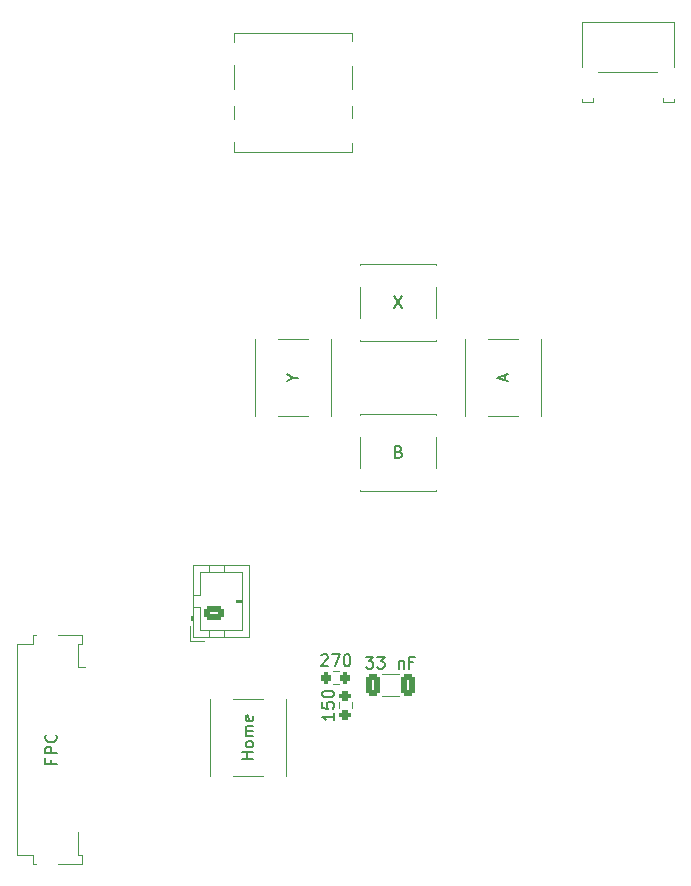
<source format=gto>
%TF.GenerationSoftware,KiCad,Pcbnew,7.0.2-0*%
%TF.CreationDate,2025-01-26T18:28:18-07:00*%
%TF.ProjectId,RightMB,52696768-744d-4422-9e6b-696361645f70,rev?*%
%TF.SameCoordinates,Original*%
%TF.FileFunction,Legend,Top*%
%TF.FilePolarity,Positive*%
%FSLAX46Y46*%
G04 Gerber Fmt 4.6, Leading zero omitted, Abs format (unit mm)*
G04 Created by KiCad (PCBNEW 7.0.2-0) date 2025-01-26 18:28:18*
%MOMM*%
%LPD*%
G01*
G04 APERTURE LIST*
G04 Aperture macros list*
%AMRoundRect*
0 Rectangle with rounded corners*
0 $1 Rounding radius*
0 $2 $3 $4 $5 $6 $7 $8 $9 X,Y pos of 4 corners*
0 Add a 4 corners polygon primitive as box body*
4,1,4,$2,$3,$4,$5,$6,$7,$8,$9,$2,$3,0*
0 Add four circle primitives for the rounded corners*
1,1,$1+$1,$2,$3*
1,1,$1+$1,$4,$5*
1,1,$1+$1,$6,$7*
1,1,$1+$1,$8,$9*
0 Add four rect primitives between the rounded corners*
20,1,$1+$1,$2,$3,$4,$5,0*
20,1,$1+$1,$4,$5,$6,$7,0*
20,1,$1+$1,$6,$7,$8,$9,0*
20,1,$1+$1,$8,$9,$2,$3,0*%
G04 Aperture macros list end*
%ADD10C,0.150000*%
%ADD11C,0.120000*%
%ADD12C,0.100000*%
%ADD13C,2.200000*%
%ADD14C,1.700000*%
%ADD15R,1.300000X1.550000*%
%ADD16R,1.700000X1.700000*%
%ADD17RoundRect,0.250000X-0.325000X-0.650000X0.325000X-0.650000X0.325000X0.650000X-0.325000X0.650000X0*%
%ADD18RoundRect,0.200000X0.275000X-0.200000X0.275000X0.200000X-0.275000X0.200000X-0.275000X-0.200000X0*%
%ADD19C,2.000000*%
%ADD20C,1.524000*%
%ADD21RoundRect,0.200000X-0.200000X-0.275000X0.200000X-0.275000X0.200000X0.275000X-0.200000X0.275000X0*%
%ADD22R,1.550000X1.300000*%
%ADD23R,1.000000X0.400000*%
%ADD24R,1.300000X2.000000*%
%ADD25RoundRect,0.250000X0.625000X-0.350000X0.625000X0.350000X-0.625000X0.350000X-0.625000X-0.350000X0*%
%ADD26O,1.750000X1.200000*%
G04 APERTURE END LIST*
D10*
%TO.C,Y*%
X227316428Y-92709999D02*
X227792619Y-92709999D01*
X226792619Y-93043332D02*
X227316428Y-92709999D01*
X227316428Y-92709999D02*
X226792619Y-92376666D01*
%TO.C,*%
%TO.C,33 nF*%
X233513571Y-116357619D02*
X234132618Y-116357619D01*
X234132618Y-116357619D02*
X233799285Y-116738571D01*
X233799285Y-116738571D02*
X233942142Y-116738571D01*
X233942142Y-116738571D02*
X234037380Y-116786190D01*
X234037380Y-116786190D02*
X234084999Y-116833809D01*
X234084999Y-116833809D02*
X234132618Y-116929047D01*
X234132618Y-116929047D02*
X234132618Y-117167142D01*
X234132618Y-117167142D02*
X234084999Y-117262380D01*
X234084999Y-117262380D02*
X234037380Y-117310000D01*
X234037380Y-117310000D02*
X233942142Y-117357619D01*
X233942142Y-117357619D02*
X233656428Y-117357619D01*
X233656428Y-117357619D02*
X233561190Y-117310000D01*
X233561190Y-117310000D02*
X233513571Y-117262380D01*
X234465952Y-116357619D02*
X235084999Y-116357619D01*
X235084999Y-116357619D02*
X234751666Y-116738571D01*
X234751666Y-116738571D02*
X234894523Y-116738571D01*
X234894523Y-116738571D02*
X234989761Y-116786190D01*
X234989761Y-116786190D02*
X235037380Y-116833809D01*
X235037380Y-116833809D02*
X235084999Y-116929047D01*
X235084999Y-116929047D02*
X235084999Y-117167142D01*
X235084999Y-117167142D02*
X235037380Y-117262380D01*
X235037380Y-117262380D02*
X234989761Y-117310000D01*
X234989761Y-117310000D02*
X234894523Y-117357619D01*
X234894523Y-117357619D02*
X234608809Y-117357619D01*
X234608809Y-117357619D02*
X234513571Y-117310000D01*
X234513571Y-117310000D02*
X234465952Y-117262380D01*
X236275476Y-116690952D02*
X236275476Y-117357619D01*
X236275476Y-116786190D02*
X236323095Y-116738571D01*
X236323095Y-116738571D02*
X236418333Y-116690952D01*
X236418333Y-116690952D02*
X236561190Y-116690952D01*
X236561190Y-116690952D02*
X236656428Y-116738571D01*
X236656428Y-116738571D02*
X236704047Y-116833809D01*
X236704047Y-116833809D02*
X236704047Y-117357619D01*
X237513571Y-116833809D02*
X237180238Y-116833809D01*
X237180238Y-117357619D02*
X237180238Y-116357619D01*
X237180238Y-116357619D02*
X237656428Y-116357619D01*
%TO.C,A*%
X245286904Y-92948094D02*
X245286904Y-92471904D01*
X245572619Y-93043332D02*
X244572619Y-92709999D01*
X244572619Y-92709999D02*
X245572619Y-92376666D01*
%TO.C,150*%
X230807619Y-121126666D02*
X230807619Y-121698094D01*
X230807619Y-121412380D02*
X229807619Y-121412380D01*
X229807619Y-121412380D02*
X229950476Y-121507618D01*
X229950476Y-121507618D02*
X230045714Y-121602856D01*
X230045714Y-121602856D02*
X230093333Y-121698094D01*
X229807619Y-120221904D02*
X229807619Y-120698094D01*
X229807619Y-120698094D02*
X230283809Y-120745713D01*
X230283809Y-120745713D02*
X230236190Y-120698094D01*
X230236190Y-120698094D02*
X230188571Y-120602856D01*
X230188571Y-120602856D02*
X230188571Y-120364761D01*
X230188571Y-120364761D02*
X230236190Y-120269523D01*
X230236190Y-120269523D02*
X230283809Y-120221904D01*
X230283809Y-120221904D02*
X230379047Y-120174285D01*
X230379047Y-120174285D02*
X230617142Y-120174285D01*
X230617142Y-120174285D02*
X230712380Y-120221904D01*
X230712380Y-120221904D02*
X230760000Y-120269523D01*
X230760000Y-120269523D02*
X230807619Y-120364761D01*
X230807619Y-120364761D02*
X230807619Y-120602856D01*
X230807619Y-120602856D02*
X230760000Y-120698094D01*
X230760000Y-120698094D02*
X230712380Y-120745713D01*
X229807619Y-119555237D02*
X229807619Y-119459999D01*
X229807619Y-119459999D02*
X229855238Y-119364761D01*
X229855238Y-119364761D02*
X229902857Y-119317142D01*
X229902857Y-119317142D02*
X229998095Y-119269523D01*
X229998095Y-119269523D02*
X230188571Y-119221904D01*
X230188571Y-119221904D02*
X230426666Y-119221904D01*
X230426666Y-119221904D02*
X230617142Y-119269523D01*
X230617142Y-119269523D02*
X230712380Y-119317142D01*
X230712380Y-119317142D02*
X230760000Y-119364761D01*
X230760000Y-119364761D02*
X230807619Y-119459999D01*
X230807619Y-119459999D02*
X230807619Y-119555237D01*
X230807619Y-119555237D02*
X230760000Y-119650475D01*
X230760000Y-119650475D02*
X230712380Y-119698094D01*
X230712380Y-119698094D02*
X230617142Y-119745713D01*
X230617142Y-119745713D02*
X230426666Y-119793332D01*
X230426666Y-119793332D02*
X230188571Y-119793332D01*
X230188571Y-119793332D02*
X229998095Y-119745713D01*
X229998095Y-119745713D02*
X229902857Y-119698094D01*
X229902857Y-119698094D02*
X229855238Y-119650475D01*
X229855238Y-119650475D02*
X229807619Y-119555237D01*
%TO.C,*%
%TO.C,Home*%
X223982619Y-125023332D02*
X222982619Y-125023332D01*
X223458809Y-125023332D02*
X223458809Y-124451904D01*
X223982619Y-124451904D02*
X222982619Y-124451904D01*
X223982619Y-123832856D02*
X223935000Y-123928094D01*
X223935000Y-123928094D02*
X223887380Y-123975713D01*
X223887380Y-123975713D02*
X223792142Y-124023332D01*
X223792142Y-124023332D02*
X223506428Y-124023332D01*
X223506428Y-124023332D02*
X223411190Y-123975713D01*
X223411190Y-123975713D02*
X223363571Y-123928094D01*
X223363571Y-123928094D02*
X223315952Y-123832856D01*
X223315952Y-123832856D02*
X223315952Y-123689999D01*
X223315952Y-123689999D02*
X223363571Y-123594761D01*
X223363571Y-123594761D02*
X223411190Y-123547142D01*
X223411190Y-123547142D02*
X223506428Y-123499523D01*
X223506428Y-123499523D02*
X223792142Y-123499523D01*
X223792142Y-123499523D02*
X223887380Y-123547142D01*
X223887380Y-123547142D02*
X223935000Y-123594761D01*
X223935000Y-123594761D02*
X223982619Y-123689999D01*
X223982619Y-123689999D02*
X223982619Y-123832856D01*
X223982619Y-123070951D02*
X223315952Y-123070951D01*
X223411190Y-123070951D02*
X223363571Y-123023332D01*
X223363571Y-123023332D02*
X223315952Y-122928094D01*
X223315952Y-122928094D02*
X223315952Y-122785237D01*
X223315952Y-122785237D02*
X223363571Y-122689999D01*
X223363571Y-122689999D02*
X223458809Y-122642380D01*
X223458809Y-122642380D02*
X223982619Y-122642380D01*
X223458809Y-122642380D02*
X223363571Y-122594761D01*
X223363571Y-122594761D02*
X223315952Y-122499523D01*
X223315952Y-122499523D02*
X223315952Y-122356666D01*
X223315952Y-122356666D02*
X223363571Y-122261427D01*
X223363571Y-122261427D02*
X223458809Y-122213808D01*
X223458809Y-122213808D02*
X223982619Y-122213808D01*
X223935000Y-121356666D02*
X223982619Y-121451904D01*
X223982619Y-121451904D02*
X223982619Y-121642380D01*
X223982619Y-121642380D02*
X223935000Y-121737618D01*
X223935000Y-121737618D02*
X223839761Y-121785237D01*
X223839761Y-121785237D02*
X223458809Y-121785237D01*
X223458809Y-121785237D02*
X223363571Y-121737618D01*
X223363571Y-121737618D02*
X223315952Y-121642380D01*
X223315952Y-121642380D02*
X223315952Y-121451904D01*
X223315952Y-121451904D02*
X223363571Y-121356666D01*
X223363571Y-121356666D02*
X223458809Y-121309047D01*
X223458809Y-121309047D02*
X223554047Y-121309047D01*
X223554047Y-121309047D02*
X223649285Y-121785237D01*
%TO.C,*%
%TO.C,270*%
X229711905Y-116237857D02*
X229759524Y-116190238D01*
X229759524Y-116190238D02*
X229854762Y-116142619D01*
X229854762Y-116142619D02*
X230092857Y-116142619D01*
X230092857Y-116142619D02*
X230188095Y-116190238D01*
X230188095Y-116190238D02*
X230235714Y-116237857D01*
X230235714Y-116237857D02*
X230283333Y-116333095D01*
X230283333Y-116333095D02*
X230283333Y-116428333D01*
X230283333Y-116428333D02*
X230235714Y-116571190D01*
X230235714Y-116571190D02*
X229664286Y-117142619D01*
X229664286Y-117142619D02*
X230283333Y-117142619D01*
X230616667Y-116142619D02*
X231283333Y-116142619D01*
X231283333Y-116142619D02*
X230854762Y-117142619D01*
X231854762Y-116142619D02*
X231950000Y-116142619D01*
X231950000Y-116142619D02*
X232045238Y-116190238D01*
X232045238Y-116190238D02*
X232092857Y-116237857D01*
X232092857Y-116237857D02*
X232140476Y-116333095D01*
X232140476Y-116333095D02*
X232188095Y-116523571D01*
X232188095Y-116523571D02*
X232188095Y-116761666D01*
X232188095Y-116761666D02*
X232140476Y-116952142D01*
X232140476Y-116952142D02*
X232092857Y-117047380D01*
X232092857Y-117047380D02*
X232045238Y-117095000D01*
X232045238Y-117095000D02*
X231950000Y-117142619D01*
X231950000Y-117142619D02*
X231854762Y-117142619D01*
X231854762Y-117142619D02*
X231759524Y-117095000D01*
X231759524Y-117095000D02*
X231711905Y-117047380D01*
X231711905Y-117047380D02*
X231664286Y-116952142D01*
X231664286Y-116952142D02*
X231616667Y-116761666D01*
X231616667Y-116761666D02*
X231616667Y-116523571D01*
X231616667Y-116523571D02*
X231664286Y-116333095D01*
X231664286Y-116333095D02*
X231711905Y-116237857D01*
X231711905Y-116237857D02*
X231759524Y-116190238D01*
X231759524Y-116190238D02*
X231854762Y-116142619D01*
%TO.C,B*%
X236291428Y-98998809D02*
X236434285Y-99046428D01*
X236434285Y-99046428D02*
X236481904Y-99094047D01*
X236481904Y-99094047D02*
X236529523Y-99189285D01*
X236529523Y-99189285D02*
X236529523Y-99332142D01*
X236529523Y-99332142D02*
X236481904Y-99427380D01*
X236481904Y-99427380D02*
X236434285Y-99475000D01*
X236434285Y-99475000D02*
X236339047Y-99522619D01*
X236339047Y-99522619D02*
X235958095Y-99522619D01*
X235958095Y-99522619D02*
X235958095Y-98522619D01*
X235958095Y-98522619D02*
X236291428Y-98522619D01*
X236291428Y-98522619D02*
X236386666Y-98570238D01*
X236386666Y-98570238D02*
X236434285Y-98617857D01*
X236434285Y-98617857D02*
X236481904Y-98713095D01*
X236481904Y-98713095D02*
X236481904Y-98808333D01*
X236481904Y-98808333D02*
X236434285Y-98903571D01*
X236434285Y-98903571D02*
X236386666Y-98951190D01*
X236386666Y-98951190D02*
X236291428Y-98998809D01*
X236291428Y-98998809D02*
X235958095Y-98998809D01*
%TO.C,FPC*%
X206821809Y-125063142D02*
X206821809Y-125396475D01*
X207345619Y-125396475D02*
X206345619Y-125396475D01*
X206345619Y-125396475D02*
X206345619Y-124920285D01*
X207345619Y-124539332D02*
X206345619Y-124539332D01*
X206345619Y-124539332D02*
X206345619Y-124158380D01*
X206345619Y-124158380D02*
X206393238Y-124063142D01*
X206393238Y-124063142D02*
X206440857Y-124015523D01*
X206440857Y-124015523D02*
X206536095Y-123967904D01*
X206536095Y-123967904D02*
X206678952Y-123967904D01*
X206678952Y-123967904D02*
X206774190Y-124015523D01*
X206774190Y-124015523D02*
X206821809Y-124063142D01*
X206821809Y-124063142D02*
X206869428Y-124158380D01*
X206869428Y-124158380D02*
X206869428Y-124539332D01*
X207250380Y-122967904D02*
X207298000Y-123015523D01*
X207298000Y-123015523D02*
X207345619Y-123158380D01*
X207345619Y-123158380D02*
X207345619Y-123253618D01*
X207345619Y-123253618D02*
X207298000Y-123396475D01*
X207298000Y-123396475D02*
X207202761Y-123491713D01*
X207202761Y-123491713D02*
X207107523Y-123539332D01*
X207107523Y-123539332D02*
X206917047Y-123586951D01*
X206917047Y-123586951D02*
X206774190Y-123586951D01*
X206774190Y-123586951D02*
X206583714Y-123539332D01*
X206583714Y-123539332D02*
X206488476Y-123491713D01*
X206488476Y-123491713D02*
X206393238Y-123396475D01*
X206393238Y-123396475D02*
X206345619Y-123253618D01*
X206345619Y-123253618D02*
X206345619Y-123158380D01*
X206345619Y-123158380D02*
X206393238Y-123015523D01*
X206393238Y-123015523D02*
X206440857Y-122967904D01*
%TO.C,X*%
X235886667Y-85822619D02*
X236553333Y-86822619D01*
X236553333Y-85822619D02*
X235886667Y-86822619D01*
%TO.C,*%
D11*
%TO.C,REF\u002A\u002A*%
X251817000Y-62608000D02*
X251817000Y-66458000D01*
X251817000Y-69098000D02*
X251817000Y-69398000D01*
X252707000Y-69398000D02*
X251817000Y-69398000D01*
X252707000Y-69398000D02*
X252707000Y-69048000D01*
X253197000Y-66848000D02*
X258177000Y-66848000D01*
X258667000Y-69398000D02*
X258667000Y-69048000D01*
X259557000Y-62608000D02*
X251817000Y-62608000D01*
X259557000Y-66458000D02*
X259557000Y-62608000D01*
X259557000Y-69098000D02*
X259557000Y-69398000D01*
X259557000Y-69398000D02*
X258667000Y-69398000D01*
%TO.C,Y*%
X230560000Y-89480000D02*
X230560000Y-95940000D01*
X230530000Y-89480000D02*
X230560000Y-89480000D01*
X228630000Y-89480000D02*
X226030000Y-89480000D01*
X224100000Y-89480000D02*
X224130000Y-89480000D01*
X224100000Y-89480000D02*
X224100000Y-95940000D01*
X230560000Y-95940000D02*
X230530000Y-95940000D01*
X228630000Y-95940000D02*
X226030000Y-95940000D01*
X224100000Y-95940000D02*
X224130000Y-95940000D01*
%TO.C,33 nF*%
X234873748Y-117835000D02*
X236296252Y-117835000D01*
X234873748Y-119655000D02*
X236296252Y-119655000D01*
%TO.C,A*%
X248340000Y-89480000D02*
X248340000Y-95940000D01*
X248310000Y-89480000D02*
X248340000Y-89480000D01*
X246410000Y-89480000D02*
X243810000Y-89480000D01*
X241880000Y-89480000D02*
X241910000Y-89480000D01*
X241880000Y-89480000D02*
X241880000Y-95940000D01*
X248340000Y-95940000D02*
X248310000Y-95940000D01*
X246410000Y-95940000D02*
X243810000Y-95940000D01*
X241880000Y-95940000D02*
X241910000Y-95940000D01*
%TO.C,150*%
X231252500Y-120697258D02*
X231252500Y-120222742D01*
X232297500Y-120697258D02*
X232297500Y-120222742D01*
D12*
%TO.C,REF\u002A\u002A*%
X222340000Y-63580000D02*
X232340000Y-63580000D01*
X232340000Y-63580000D02*
X232340000Y-73580000D01*
X232340000Y-73580000D02*
X222340000Y-73580000D01*
X222340000Y-73580000D02*
X222340000Y-63580000D01*
D11*
%TO.C,Home*%
X226750000Y-119960000D02*
X226750000Y-126420000D01*
X226720000Y-119960000D02*
X226750000Y-119960000D01*
X224820000Y-119960000D02*
X222220000Y-119960000D01*
X220290000Y-119960000D02*
X220320000Y-119960000D01*
X220290000Y-119960000D02*
X220290000Y-126420000D01*
X226750000Y-126420000D02*
X226720000Y-126420000D01*
X224820000Y-126420000D02*
X222220000Y-126420000D01*
X220290000Y-126420000D02*
X220320000Y-126420000D01*
%TO.C,270*%
X230712742Y-117587500D02*
X231187258Y-117587500D01*
X230712742Y-118632500D02*
X231187258Y-118632500D01*
%TO.C,B*%
X232990000Y-95830000D02*
X239450000Y-95830000D01*
X232990000Y-95860000D02*
X232990000Y-95830000D01*
X232990000Y-97760000D02*
X232990000Y-100360000D01*
X232990000Y-102290000D02*
X232990000Y-102260000D01*
X232990000Y-102290000D02*
X239450000Y-102290000D01*
X239450000Y-95830000D02*
X239450000Y-95860000D01*
X239450000Y-97760000D02*
X239450000Y-100360000D01*
X239450000Y-102290000D02*
X239450000Y-102260000D01*
%TO.C,FPC*%
X209450000Y-114496000D02*
X207400000Y-114496000D01*
X205580000Y-114496000D02*
X205280000Y-114496000D01*
X205280000Y-114496000D02*
X205280000Y-115296000D01*
X209450000Y-115266000D02*
X209450000Y-114496000D01*
X209100000Y-115266000D02*
X209450000Y-115266000D01*
X205280000Y-115296000D02*
X203980000Y-115296000D01*
X203980000Y-115296000D02*
X203980000Y-133116000D01*
X209690000Y-117246000D02*
X209100000Y-117246000D01*
X209100000Y-117246000D02*
X209100000Y-115266000D01*
X205280000Y-133116000D02*
X205280000Y-133916000D01*
X203980000Y-133116000D02*
X205280000Y-133116000D01*
X209450000Y-133146000D02*
X209100000Y-133146000D01*
X209100000Y-133146000D02*
X209100000Y-131166000D01*
X209450000Y-133916000D02*
X209450000Y-133146000D01*
X207400000Y-133916000D02*
X209450000Y-133916000D01*
X205280000Y-133916000D02*
X205580000Y-133916000D01*
%TO.C,REF\u002A\u002A*%
X218574000Y-114993000D02*
X219824000Y-114993000D01*
X218874000Y-114693000D02*
X223594000Y-114693000D01*
X220184000Y-114693000D02*
X220184000Y-114083000D01*
X221484000Y-114693000D02*
X221484000Y-114083000D01*
X223594000Y-114693000D02*
X223594000Y-108573000D01*
X219484000Y-114083000D02*
X222984000Y-114083000D01*
X222984000Y-114083000D02*
X222984000Y-109183000D01*
X218574000Y-113743000D02*
X218574000Y-114993000D01*
X218674000Y-113233000D02*
X218874000Y-113233000D01*
X218674000Y-112933000D02*
X218674000Y-113233000D01*
X218774000Y-112933000D02*
X218774000Y-113233000D01*
X218874000Y-112933000D02*
X218674000Y-112933000D01*
X218874000Y-112133000D02*
X219484000Y-112133000D01*
X219484000Y-112133000D02*
X219484000Y-114083000D01*
X222484000Y-111733000D02*
X222484000Y-111533000D01*
X222984000Y-111733000D02*
X222484000Y-111733000D01*
X222984000Y-111633000D02*
X222484000Y-111633000D01*
X222484000Y-111533000D02*
X222984000Y-111533000D01*
X219484000Y-111133000D02*
X218874000Y-111133000D01*
X219484000Y-109183000D02*
X219484000Y-111133000D01*
X222984000Y-109183000D02*
X219484000Y-109183000D01*
X218874000Y-108573000D02*
X218874000Y-114693000D01*
X220184000Y-108573000D02*
X220184000Y-109183000D01*
X221484000Y-108573000D02*
X221484000Y-109183000D01*
X223594000Y-108573000D02*
X218874000Y-108573000D01*
%TO.C,X*%
X232990000Y-83130000D02*
X239450000Y-83130000D01*
X232990000Y-83160000D02*
X232990000Y-83130000D01*
X232990000Y-85060000D02*
X232990000Y-87660000D01*
X232990000Y-89590000D02*
X232990000Y-89560000D01*
X232990000Y-89590000D02*
X239450000Y-89590000D01*
X239450000Y-83130000D02*
X239450000Y-83160000D01*
X239450000Y-85060000D02*
X239450000Y-87660000D01*
X239450000Y-89590000D02*
X239450000Y-89560000D01*
%TD*%
%LPC*%
D13*
%TO.C,REF\u002A\u002A*%
X252187000Y-67778000D03*
X259187000Y-67778000D03*
D14*
X253437000Y-65278000D03*
X257937000Y-65278000D03*
%TD*%
D15*
%TO.C,Y*%
X229580000Y-88735000D03*
X229580000Y-96685000D03*
X225080000Y-88735000D03*
X225080000Y-96685000D03*
%TD*%
D16*
%TO.C,*%
X231140000Y-125095000D03*
%TD*%
D17*
%TO.C,33 nF*%
X234110000Y-118745000D03*
X237060000Y-118745000D03*
%TD*%
D15*
%TO.C,A*%
X247360000Y-88735000D03*
X247360000Y-96685000D03*
X242860000Y-88735000D03*
X242860000Y-96685000D03*
%TD*%
D18*
%TO.C,150*%
X231775000Y-121285000D03*
X231775000Y-119635000D03*
%TD*%
D19*
%TO.C,REF\u002A\u002A*%
X232480000Y-65320000D03*
D20*
X232480000Y-69020000D03*
D19*
X222180000Y-65320000D03*
X222180000Y-71820000D03*
X232480000Y-71820000D03*
D20*
X222180000Y-69020000D03*
%TD*%
D16*
%TO.C,*%
X231140000Y-123190000D03*
%TD*%
D15*
%TO.C,Home*%
X225770000Y-119215000D03*
X225770000Y-127165000D03*
X221270000Y-119215000D03*
X221270000Y-127165000D03*
%TD*%
D16*
%TO.C,*%
X229235000Y-123190000D03*
%TD*%
%TO.C,*%
X229235000Y-123190000D03*
%TD*%
D21*
%TO.C,270*%
X230125000Y-118110000D03*
X231775000Y-118110000D03*
%TD*%
D22*
%TO.C,B*%
X232245000Y-96810000D03*
X240195000Y-96810000D03*
X232245000Y-101310000D03*
X240195000Y-101310000D03*
%TD*%
D23*
%TO.C,FPC*%
X209190000Y-117706000D03*
X209190000Y-118706000D03*
X209190000Y-119706000D03*
X209190000Y-120706000D03*
X209190000Y-121706000D03*
X209190000Y-122706000D03*
X209190000Y-123706000D03*
X209190000Y-124706000D03*
X209190000Y-125706000D03*
X209190000Y-126706000D03*
X209190000Y-127706000D03*
X209190000Y-128706000D03*
X209190000Y-129706000D03*
X209190000Y-130706000D03*
D24*
X206490000Y-114906000D03*
X206490000Y-133506000D03*
%TD*%
D25*
%TO.C,REF\u002A\u002A*%
X220684000Y-112633000D03*
D26*
X220684000Y-110633000D03*
%TD*%
D22*
%TO.C,X*%
X232245000Y-84110000D03*
X240195000Y-84110000D03*
X232245000Y-88610000D03*
X240195000Y-88610000D03*
%TD*%
D16*
%TO.C,*%
X229235000Y-125095000D03*
%TD*%
D19*
%TO.C,REF\u002A\u002A*%
X213360000Y-130810000D03*
X215900000Y-130810000D03*
X213360000Y-128270000D03*
X215900000Y-128270000D03*
X213360000Y-125730000D03*
X215900000Y-125730000D03*
X213360000Y-123190000D03*
X215900000Y-123190000D03*
X213360000Y-120650000D03*
X215900000Y-120650000D03*
X213360000Y-118110000D03*
X215900000Y-118110000D03*
X213360000Y-115570000D03*
X215900000Y-115570000D03*
X213360000Y-113030000D03*
X215900000Y-113030000D03*
X213360000Y-110490000D03*
X215900000Y-110490000D03*
X213360000Y-107950000D03*
X215900000Y-107950000D03*
X213360000Y-105410000D03*
X215900000Y-105410000D03*
X213360000Y-102870000D03*
X215900000Y-102870000D03*
X213360000Y-100330000D03*
X215900000Y-100330000D03*
X213360000Y-97790000D03*
X215900000Y-97790000D03*
X213360000Y-95250000D03*
X215900000Y-95250000D03*
X213360000Y-92710000D03*
X215900000Y-92710000D03*
X213360000Y-90170000D03*
X215900000Y-90170000D03*
X213360000Y-87630000D03*
X215900000Y-87630000D03*
X213360000Y-85090000D03*
X215900000Y-85090000D03*
X213360000Y-82550000D03*
X215900000Y-82550000D03*
%TD*%
%LPD*%
M02*

</source>
